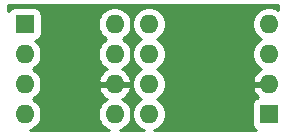
<source format=gbr>
%TF.GenerationSoftware,KiCad,Pcbnew,(5.1.6)-1*%
%TF.CreationDate,2022-10-11T15:47:42-07:00*%
%TF.ProjectId,DIP8_Adapter_B,44495038-5f41-4646-9170-7465725f422e,rev?*%
%TF.SameCoordinates,Original*%
%TF.FileFunction,Copper,L2,Bot*%
%TF.FilePolarity,Positive*%
%FSLAX46Y46*%
G04 Gerber Fmt 4.6, Leading zero omitted, Abs format (unit mm)*
G04 Created by KiCad (PCBNEW (5.1.6)-1) date 2022-10-11 15:47:42*
%MOMM*%
%LPD*%
G01*
G04 APERTURE LIST*
%TA.AperFunction,ComponentPad*%
%ADD10O,1.600000X1.600000*%
%TD*%
%TA.AperFunction,ComponentPad*%
%ADD11R,1.600000X1.600000*%
%TD*%
%TA.AperFunction,ViaPad*%
%ADD12C,0.800000*%
%TD*%
%TA.AperFunction,Conductor*%
%ADD13C,0.254000*%
%TD*%
G04 APERTURE END LIST*
D10*
%TO.P,U2,8*%
%TO.N,Net-(U2-Pad8)*%
X139573000Y-85852000D03*
%TO.P,U2,4*%
%TO.N,Net-(U2-Pad4)*%
X149733000Y-78232000D03*
%TO.P,U2,7*%
%TO.N,Vout*%
X139573000Y-83312000D03*
%TO.P,U2,3*%
%TO.N,VR+*%
X149733000Y-80772000D03*
%TO.P,U2,6*%
%TO.N,Net-(U2-Pad6)*%
X139573000Y-80772000D03*
%TO.P,U2,2*%
%TO.N,GND*%
X149733000Y-83312000D03*
%TO.P,U2,5*%
%TO.N,+5V*%
X139573000Y-78232000D03*
D11*
%TO.P,U2,1*%
%TO.N,VR-*%
X149733000Y-85852000D03*
%TD*%
D10*
%TO.P,U1,8*%
%TO.N,Net-(U1-Pad8)*%
X136652000Y-78232000D03*
%TO.P,U1,4*%
%TO.N,VR-*%
X129032000Y-85852000D03*
%TO.P,U1,7*%
%TO.N,Vout*%
X136652000Y-80772000D03*
%TO.P,U1,3*%
%TO.N,VR+*%
X129032000Y-83312000D03*
%TO.P,U1,6*%
%TO.N,GND*%
X136652000Y-83312000D03*
%TO.P,U1,2*%
%TO.N,Net-(U1-Pad2)*%
X129032000Y-80772000D03*
%TO.P,U1,5*%
%TO.N,+5V*%
X136652000Y-85852000D03*
D11*
%TO.P,U1,1*%
%TO.N,Net-(U1-Pad1)*%
X129032000Y-78232000D03*
%TD*%
D12*
%TO.N,GND*%
X148336000Y-76962000D03*
X131064000Y-76962000D03*
X131064000Y-79248000D03*
%TD*%
D13*
%TO.N,GND*%
G36*
X150470000Y-76998589D02*
G01*
X150412727Y-76960320D01*
X150151574Y-76852147D01*
X149874335Y-76797000D01*
X149591665Y-76797000D01*
X149314426Y-76852147D01*
X149053273Y-76960320D01*
X148818241Y-77117363D01*
X148618363Y-77317241D01*
X148461320Y-77552273D01*
X148353147Y-77813426D01*
X148298000Y-78090665D01*
X148298000Y-78373335D01*
X148353147Y-78650574D01*
X148461320Y-78911727D01*
X148618363Y-79146759D01*
X148818241Y-79346637D01*
X149050759Y-79502000D01*
X148818241Y-79657363D01*
X148618363Y-79857241D01*
X148461320Y-80092273D01*
X148353147Y-80353426D01*
X148298000Y-80630665D01*
X148298000Y-80913335D01*
X148353147Y-81190574D01*
X148461320Y-81451727D01*
X148618363Y-81686759D01*
X148818241Y-81886637D01*
X149053273Y-82043680D01*
X149063865Y-82048067D01*
X148877869Y-82159615D01*
X148669481Y-82348586D01*
X148501963Y-82574580D01*
X148381754Y-82828913D01*
X148341096Y-82962961D01*
X148463085Y-83185000D01*
X149606000Y-83185000D01*
X149606000Y-83165000D01*
X149860000Y-83165000D01*
X149860000Y-83185000D01*
X149880000Y-83185000D01*
X149880000Y-83439000D01*
X149860000Y-83439000D01*
X149860000Y-83459000D01*
X149606000Y-83459000D01*
X149606000Y-83439000D01*
X148463085Y-83439000D01*
X148341096Y-83661039D01*
X148381754Y-83795087D01*
X148501963Y-84049420D01*
X148669481Y-84275414D01*
X148833080Y-84423769D01*
X148808518Y-84426188D01*
X148688820Y-84462498D01*
X148578506Y-84521463D01*
X148481815Y-84600815D01*
X148402463Y-84697506D01*
X148343498Y-84807820D01*
X148307188Y-84927518D01*
X148294928Y-85052000D01*
X148294928Y-86652000D01*
X148307188Y-86776482D01*
X148343498Y-86896180D01*
X148402463Y-87006494D01*
X148481815Y-87103185D01*
X148578506Y-87182537D01*
X148656077Y-87224000D01*
X140010533Y-87224000D01*
X140252727Y-87123680D01*
X140487759Y-86966637D01*
X140687637Y-86766759D01*
X140844680Y-86531727D01*
X140952853Y-86270574D01*
X141008000Y-85993335D01*
X141008000Y-85710665D01*
X140952853Y-85433426D01*
X140844680Y-85172273D01*
X140687637Y-84937241D01*
X140487759Y-84737363D01*
X140255241Y-84582000D01*
X140487759Y-84426637D01*
X140687637Y-84226759D01*
X140844680Y-83991727D01*
X140952853Y-83730574D01*
X141008000Y-83453335D01*
X141008000Y-83170665D01*
X140952853Y-82893426D01*
X140844680Y-82632273D01*
X140687637Y-82397241D01*
X140487759Y-82197363D01*
X140255241Y-82042000D01*
X140487759Y-81886637D01*
X140687637Y-81686759D01*
X140844680Y-81451727D01*
X140952853Y-81190574D01*
X141008000Y-80913335D01*
X141008000Y-80630665D01*
X140952853Y-80353426D01*
X140844680Y-80092273D01*
X140687637Y-79857241D01*
X140487759Y-79657363D01*
X140255241Y-79502000D01*
X140487759Y-79346637D01*
X140687637Y-79146759D01*
X140844680Y-78911727D01*
X140952853Y-78650574D01*
X141008000Y-78373335D01*
X141008000Y-78090665D01*
X140952853Y-77813426D01*
X140844680Y-77552273D01*
X140687637Y-77317241D01*
X140487759Y-77117363D01*
X140252727Y-76960320D01*
X139991574Y-76852147D01*
X139714335Y-76797000D01*
X139431665Y-76797000D01*
X139154426Y-76852147D01*
X138893273Y-76960320D01*
X138658241Y-77117363D01*
X138458363Y-77317241D01*
X138301320Y-77552273D01*
X138193147Y-77813426D01*
X138138000Y-78090665D01*
X138138000Y-78373335D01*
X138193147Y-78650574D01*
X138301320Y-78911727D01*
X138458363Y-79146759D01*
X138658241Y-79346637D01*
X138890759Y-79502000D01*
X138658241Y-79657363D01*
X138458363Y-79857241D01*
X138301320Y-80092273D01*
X138193147Y-80353426D01*
X138138000Y-80630665D01*
X138138000Y-80913335D01*
X138193147Y-81190574D01*
X138301320Y-81451727D01*
X138458363Y-81686759D01*
X138658241Y-81886637D01*
X138890759Y-82042000D01*
X138658241Y-82197363D01*
X138458363Y-82397241D01*
X138301320Y-82632273D01*
X138193147Y-82893426D01*
X138138000Y-83170665D01*
X138138000Y-83453335D01*
X138193147Y-83730574D01*
X138301320Y-83991727D01*
X138458363Y-84226759D01*
X138658241Y-84426637D01*
X138890759Y-84582000D01*
X138658241Y-84737363D01*
X138458363Y-84937241D01*
X138301320Y-85172273D01*
X138193147Y-85433426D01*
X138138000Y-85710665D01*
X138138000Y-85993335D01*
X138193147Y-86270574D01*
X138301320Y-86531727D01*
X138458363Y-86766759D01*
X138658241Y-86966637D01*
X138893273Y-87123680D01*
X139135467Y-87224000D01*
X137089533Y-87224000D01*
X137331727Y-87123680D01*
X137566759Y-86966637D01*
X137766637Y-86766759D01*
X137923680Y-86531727D01*
X138031853Y-86270574D01*
X138087000Y-85993335D01*
X138087000Y-85710665D01*
X138031853Y-85433426D01*
X137923680Y-85172273D01*
X137766637Y-84937241D01*
X137566759Y-84737363D01*
X137331727Y-84580320D01*
X137321135Y-84575933D01*
X137507131Y-84464385D01*
X137715519Y-84275414D01*
X137883037Y-84049420D01*
X138003246Y-83795087D01*
X138043904Y-83661039D01*
X137921915Y-83439000D01*
X136779000Y-83439000D01*
X136779000Y-83459000D01*
X136525000Y-83459000D01*
X136525000Y-83439000D01*
X135382085Y-83439000D01*
X135260096Y-83661039D01*
X135300754Y-83795087D01*
X135420963Y-84049420D01*
X135588481Y-84275414D01*
X135796869Y-84464385D01*
X135982865Y-84575933D01*
X135972273Y-84580320D01*
X135737241Y-84737363D01*
X135537363Y-84937241D01*
X135380320Y-85172273D01*
X135272147Y-85433426D01*
X135217000Y-85710665D01*
X135217000Y-85993335D01*
X135272147Y-86270574D01*
X135380320Y-86531727D01*
X135537363Y-86766759D01*
X135737241Y-86966637D01*
X135972273Y-87123680D01*
X136214467Y-87224000D01*
X129469533Y-87224000D01*
X129711727Y-87123680D01*
X129946759Y-86966637D01*
X130146637Y-86766759D01*
X130303680Y-86531727D01*
X130411853Y-86270574D01*
X130467000Y-85993335D01*
X130467000Y-85710665D01*
X130411853Y-85433426D01*
X130303680Y-85172273D01*
X130146637Y-84937241D01*
X129946759Y-84737363D01*
X129714241Y-84582000D01*
X129946759Y-84426637D01*
X130146637Y-84226759D01*
X130303680Y-83991727D01*
X130411853Y-83730574D01*
X130467000Y-83453335D01*
X130467000Y-83170665D01*
X130411853Y-82893426D01*
X130303680Y-82632273D01*
X130146637Y-82397241D01*
X129946759Y-82197363D01*
X129714241Y-82042000D01*
X129946759Y-81886637D01*
X130146637Y-81686759D01*
X130303680Y-81451727D01*
X130411853Y-81190574D01*
X130467000Y-80913335D01*
X130467000Y-80630665D01*
X130411853Y-80353426D01*
X130303680Y-80092273D01*
X130146637Y-79857241D01*
X129948039Y-79658643D01*
X129956482Y-79657812D01*
X130076180Y-79621502D01*
X130186494Y-79562537D01*
X130283185Y-79483185D01*
X130362537Y-79386494D01*
X130421502Y-79276180D01*
X130457812Y-79156482D01*
X130470072Y-79032000D01*
X130470072Y-78090665D01*
X135217000Y-78090665D01*
X135217000Y-78373335D01*
X135272147Y-78650574D01*
X135380320Y-78911727D01*
X135537363Y-79146759D01*
X135737241Y-79346637D01*
X135969759Y-79502000D01*
X135737241Y-79657363D01*
X135537363Y-79857241D01*
X135380320Y-80092273D01*
X135272147Y-80353426D01*
X135217000Y-80630665D01*
X135217000Y-80913335D01*
X135272147Y-81190574D01*
X135380320Y-81451727D01*
X135537363Y-81686759D01*
X135737241Y-81886637D01*
X135972273Y-82043680D01*
X135982865Y-82048067D01*
X135796869Y-82159615D01*
X135588481Y-82348586D01*
X135420963Y-82574580D01*
X135300754Y-82828913D01*
X135260096Y-82962961D01*
X135382085Y-83185000D01*
X136525000Y-83185000D01*
X136525000Y-83165000D01*
X136779000Y-83165000D01*
X136779000Y-83185000D01*
X137921915Y-83185000D01*
X138043904Y-82962961D01*
X138003246Y-82828913D01*
X137883037Y-82574580D01*
X137715519Y-82348586D01*
X137507131Y-82159615D01*
X137321135Y-82048067D01*
X137331727Y-82043680D01*
X137566759Y-81886637D01*
X137766637Y-81686759D01*
X137923680Y-81451727D01*
X138031853Y-81190574D01*
X138087000Y-80913335D01*
X138087000Y-80630665D01*
X138031853Y-80353426D01*
X137923680Y-80092273D01*
X137766637Y-79857241D01*
X137566759Y-79657363D01*
X137334241Y-79502000D01*
X137566759Y-79346637D01*
X137766637Y-79146759D01*
X137923680Y-78911727D01*
X138031853Y-78650574D01*
X138087000Y-78373335D01*
X138087000Y-78090665D01*
X138031853Y-77813426D01*
X137923680Y-77552273D01*
X137766637Y-77317241D01*
X137566759Y-77117363D01*
X137331727Y-76960320D01*
X137070574Y-76852147D01*
X136793335Y-76797000D01*
X136510665Y-76797000D01*
X136233426Y-76852147D01*
X135972273Y-76960320D01*
X135737241Y-77117363D01*
X135537363Y-77317241D01*
X135380320Y-77552273D01*
X135272147Y-77813426D01*
X135217000Y-78090665D01*
X130470072Y-78090665D01*
X130470072Y-77432000D01*
X130457812Y-77307518D01*
X130421502Y-77187820D01*
X130362537Y-77077506D01*
X130283185Y-76980815D01*
X130186494Y-76901463D01*
X130076180Y-76842498D01*
X129956482Y-76806188D01*
X129832000Y-76793928D01*
X128232000Y-76793928D01*
X128107518Y-76806188D01*
X127987820Y-76842498D01*
X127877506Y-76901463D01*
X127780815Y-76980815D01*
X127701463Y-77077506D01*
X127660000Y-77155077D01*
X127660000Y-76606000D01*
X150470000Y-76606000D01*
X150470000Y-76998589D01*
G37*
X150470000Y-76998589D02*
X150412727Y-76960320D01*
X150151574Y-76852147D01*
X149874335Y-76797000D01*
X149591665Y-76797000D01*
X149314426Y-76852147D01*
X149053273Y-76960320D01*
X148818241Y-77117363D01*
X148618363Y-77317241D01*
X148461320Y-77552273D01*
X148353147Y-77813426D01*
X148298000Y-78090665D01*
X148298000Y-78373335D01*
X148353147Y-78650574D01*
X148461320Y-78911727D01*
X148618363Y-79146759D01*
X148818241Y-79346637D01*
X149050759Y-79502000D01*
X148818241Y-79657363D01*
X148618363Y-79857241D01*
X148461320Y-80092273D01*
X148353147Y-80353426D01*
X148298000Y-80630665D01*
X148298000Y-80913335D01*
X148353147Y-81190574D01*
X148461320Y-81451727D01*
X148618363Y-81686759D01*
X148818241Y-81886637D01*
X149053273Y-82043680D01*
X149063865Y-82048067D01*
X148877869Y-82159615D01*
X148669481Y-82348586D01*
X148501963Y-82574580D01*
X148381754Y-82828913D01*
X148341096Y-82962961D01*
X148463085Y-83185000D01*
X149606000Y-83185000D01*
X149606000Y-83165000D01*
X149860000Y-83165000D01*
X149860000Y-83185000D01*
X149880000Y-83185000D01*
X149880000Y-83439000D01*
X149860000Y-83439000D01*
X149860000Y-83459000D01*
X149606000Y-83459000D01*
X149606000Y-83439000D01*
X148463085Y-83439000D01*
X148341096Y-83661039D01*
X148381754Y-83795087D01*
X148501963Y-84049420D01*
X148669481Y-84275414D01*
X148833080Y-84423769D01*
X148808518Y-84426188D01*
X148688820Y-84462498D01*
X148578506Y-84521463D01*
X148481815Y-84600815D01*
X148402463Y-84697506D01*
X148343498Y-84807820D01*
X148307188Y-84927518D01*
X148294928Y-85052000D01*
X148294928Y-86652000D01*
X148307188Y-86776482D01*
X148343498Y-86896180D01*
X148402463Y-87006494D01*
X148481815Y-87103185D01*
X148578506Y-87182537D01*
X148656077Y-87224000D01*
X140010533Y-87224000D01*
X140252727Y-87123680D01*
X140487759Y-86966637D01*
X140687637Y-86766759D01*
X140844680Y-86531727D01*
X140952853Y-86270574D01*
X141008000Y-85993335D01*
X141008000Y-85710665D01*
X140952853Y-85433426D01*
X140844680Y-85172273D01*
X140687637Y-84937241D01*
X140487759Y-84737363D01*
X140255241Y-84582000D01*
X140487759Y-84426637D01*
X140687637Y-84226759D01*
X140844680Y-83991727D01*
X140952853Y-83730574D01*
X141008000Y-83453335D01*
X141008000Y-83170665D01*
X140952853Y-82893426D01*
X140844680Y-82632273D01*
X140687637Y-82397241D01*
X140487759Y-82197363D01*
X140255241Y-82042000D01*
X140487759Y-81886637D01*
X140687637Y-81686759D01*
X140844680Y-81451727D01*
X140952853Y-81190574D01*
X141008000Y-80913335D01*
X141008000Y-80630665D01*
X140952853Y-80353426D01*
X140844680Y-80092273D01*
X140687637Y-79857241D01*
X140487759Y-79657363D01*
X140255241Y-79502000D01*
X140487759Y-79346637D01*
X140687637Y-79146759D01*
X140844680Y-78911727D01*
X140952853Y-78650574D01*
X141008000Y-78373335D01*
X141008000Y-78090665D01*
X140952853Y-77813426D01*
X140844680Y-77552273D01*
X140687637Y-77317241D01*
X140487759Y-77117363D01*
X140252727Y-76960320D01*
X139991574Y-76852147D01*
X139714335Y-76797000D01*
X139431665Y-76797000D01*
X139154426Y-76852147D01*
X138893273Y-76960320D01*
X138658241Y-77117363D01*
X138458363Y-77317241D01*
X138301320Y-77552273D01*
X138193147Y-77813426D01*
X138138000Y-78090665D01*
X138138000Y-78373335D01*
X138193147Y-78650574D01*
X138301320Y-78911727D01*
X138458363Y-79146759D01*
X138658241Y-79346637D01*
X138890759Y-79502000D01*
X138658241Y-79657363D01*
X138458363Y-79857241D01*
X138301320Y-80092273D01*
X138193147Y-80353426D01*
X138138000Y-80630665D01*
X138138000Y-80913335D01*
X138193147Y-81190574D01*
X138301320Y-81451727D01*
X138458363Y-81686759D01*
X138658241Y-81886637D01*
X138890759Y-82042000D01*
X138658241Y-82197363D01*
X138458363Y-82397241D01*
X138301320Y-82632273D01*
X138193147Y-82893426D01*
X138138000Y-83170665D01*
X138138000Y-83453335D01*
X138193147Y-83730574D01*
X138301320Y-83991727D01*
X138458363Y-84226759D01*
X138658241Y-84426637D01*
X138890759Y-84582000D01*
X138658241Y-84737363D01*
X138458363Y-84937241D01*
X138301320Y-85172273D01*
X138193147Y-85433426D01*
X138138000Y-85710665D01*
X138138000Y-85993335D01*
X138193147Y-86270574D01*
X138301320Y-86531727D01*
X138458363Y-86766759D01*
X138658241Y-86966637D01*
X138893273Y-87123680D01*
X139135467Y-87224000D01*
X137089533Y-87224000D01*
X137331727Y-87123680D01*
X137566759Y-86966637D01*
X137766637Y-86766759D01*
X137923680Y-86531727D01*
X138031853Y-86270574D01*
X138087000Y-85993335D01*
X138087000Y-85710665D01*
X138031853Y-85433426D01*
X137923680Y-85172273D01*
X137766637Y-84937241D01*
X137566759Y-84737363D01*
X137331727Y-84580320D01*
X137321135Y-84575933D01*
X137507131Y-84464385D01*
X137715519Y-84275414D01*
X137883037Y-84049420D01*
X138003246Y-83795087D01*
X138043904Y-83661039D01*
X137921915Y-83439000D01*
X136779000Y-83439000D01*
X136779000Y-83459000D01*
X136525000Y-83459000D01*
X136525000Y-83439000D01*
X135382085Y-83439000D01*
X135260096Y-83661039D01*
X135300754Y-83795087D01*
X135420963Y-84049420D01*
X135588481Y-84275414D01*
X135796869Y-84464385D01*
X135982865Y-84575933D01*
X135972273Y-84580320D01*
X135737241Y-84737363D01*
X135537363Y-84937241D01*
X135380320Y-85172273D01*
X135272147Y-85433426D01*
X135217000Y-85710665D01*
X135217000Y-85993335D01*
X135272147Y-86270574D01*
X135380320Y-86531727D01*
X135537363Y-86766759D01*
X135737241Y-86966637D01*
X135972273Y-87123680D01*
X136214467Y-87224000D01*
X129469533Y-87224000D01*
X129711727Y-87123680D01*
X129946759Y-86966637D01*
X130146637Y-86766759D01*
X130303680Y-86531727D01*
X130411853Y-86270574D01*
X130467000Y-85993335D01*
X130467000Y-85710665D01*
X130411853Y-85433426D01*
X130303680Y-85172273D01*
X130146637Y-84937241D01*
X129946759Y-84737363D01*
X129714241Y-84582000D01*
X129946759Y-84426637D01*
X130146637Y-84226759D01*
X130303680Y-83991727D01*
X130411853Y-83730574D01*
X130467000Y-83453335D01*
X130467000Y-83170665D01*
X130411853Y-82893426D01*
X130303680Y-82632273D01*
X130146637Y-82397241D01*
X129946759Y-82197363D01*
X129714241Y-82042000D01*
X129946759Y-81886637D01*
X130146637Y-81686759D01*
X130303680Y-81451727D01*
X130411853Y-81190574D01*
X130467000Y-80913335D01*
X130467000Y-80630665D01*
X130411853Y-80353426D01*
X130303680Y-80092273D01*
X130146637Y-79857241D01*
X129948039Y-79658643D01*
X129956482Y-79657812D01*
X130076180Y-79621502D01*
X130186494Y-79562537D01*
X130283185Y-79483185D01*
X130362537Y-79386494D01*
X130421502Y-79276180D01*
X130457812Y-79156482D01*
X130470072Y-79032000D01*
X130470072Y-78090665D01*
X135217000Y-78090665D01*
X135217000Y-78373335D01*
X135272147Y-78650574D01*
X135380320Y-78911727D01*
X135537363Y-79146759D01*
X135737241Y-79346637D01*
X135969759Y-79502000D01*
X135737241Y-79657363D01*
X135537363Y-79857241D01*
X135380320Y-80092273D01*
X135272147Y-80353426D01*
X135217000Y-80630665D01*
X135217000Y-80913335D01*
X135272147Y-81190574D01*
X135380320Y-81451727D01*
X135537363Y-81686759D01*
X135737241Y-81886637D01*
X135972273Y-82043680D01*
X135982865Y-82048067D01*
X135796869Y-82159615D01*
X135588481Y-82348586D01*
X135420963Y-82574580D01*
X135300754Y-82828913D01*
X135260096Y-82962961D01*
X135382085Y-83185000D01*
X136525000Y-83185000D01*
X136525000Y-83165000D01*
X136779000Y-83165000D01*
X136779000Y-83185000D01*
X137921915Y-83185000D01*
X138043904Y-82962961D01*
X138003246Y-82828913D01*
X137883037Y-82574580D01*
X137715519Y-82348586D01*
X137507131Y-82159615D01*
X137321135Y-82048067D01*
X137331727Y-82043680D01*
X137566759Y-81886637D01*
X137766637Y-81686759D01*
X137923680Y-81451727D01*
X138031853Y-81190574D01*
X138087000Y-80913335D01*
X138087000Y-80630665D01*
X138031853Y-80353426D01*
X137923680Y-80092273D01*
X137766637Y-79857241D01*
X137566759Y-79657363D01*
X137334241Y-79502000D01*
X137566759Y-79346637D01*
X137766637Y-79146759D01*
X137923680Y-78911727D01*
X138031853Y-78650574D01*
X138087000Y-78373335D01*
X138087000Y-78090665D01*
X138031853Y-77813426D01*
X137923680Y-77552273D01*
X137766637Y-77317241D01*
X137566759Y-77117363D01*
X137331727Y-76960320D01*
X137070574Y-76852147D01*
X136793335Y-76797000D01*
X136510665Y-76797000D01*
X136233426Y-76852147D01*
X135972273Y-76960320D01*
X135737241Y-77117363D01*
X135537363Y-77317241D01*
X135380320Y-77552273D01*
X135272147Y-77813426D01*
X135217000Y-78090665D01*
X130470072Y-78090665D01*
X130470072Y-77432000D01*
X130457812Y-77307518D01*
X130421502Y-77187820D01*
X130362537Y-77077506D01*
X130283185Y-76980815D01*
X130186494Y-76901463D01*
X130076180Y-76842498D01*
X129956482Y-76806188D01*
X129832000Y-76793928D01*
X128232000Y-76793928D01*
X128107518Y-76806188D01*
X127987820Y-76842498D01*
X127877506Y-76901463D01*
X127780815Y-76980815D01*
X127701463Y-77077506D01*
X127660000Y-77155077D01*
X127660000Y-76606000D01*
X150470000Y-76606000D01*
X150470000Y-76998589D01*
%TD*%
M02*

</source>
